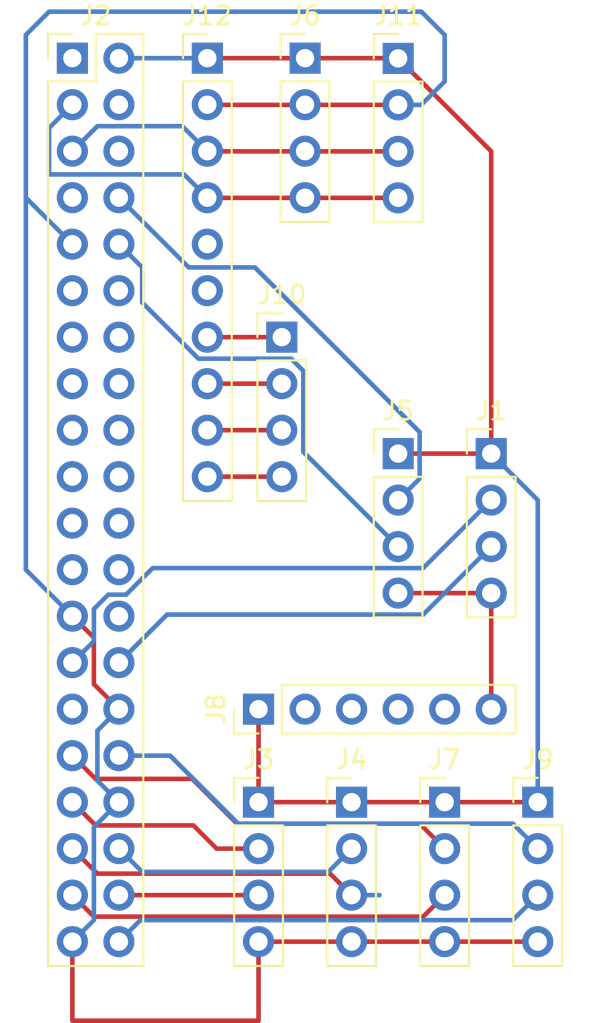
<source format=kicad_pcb>
(kicad_pcb (version 20211014) (generator pcbnew)
  (layers (0 "F.Cu" signal) (31 "B.Cu" signal) (34 "B.Paste" user) (35 "F.Paste" user) (36 "B.SilkS" user "B.Silkscreen") (37 "F.SilkS" user "F.Silkscreen") (38 "B.Mask" user) (39 "F.Mask" user) (44 "Edge.Cuts" user))
  (net 0 "")
  (net 2 "Net-(J1-Pad1)")
  (net 3 "Net-(J2-Pad3)")
  (net 5 "Net-(J2-Pad5)")
  (net 8 "Net-(J2-Pad8)")
  (net 9 "GND")
  (net 10 "Net-(J2-Pad10)")
  (net 26 "Net-(J1-Pad2)")
  (net 27 "Net-(J1-Pad3)")
  (net 29 "Net-(J2-Pad32)")
  (net 30 "Net-(J4-Pad3)")
  (net 31 "Net-(J7-Pad3)")
  (net 32 "Net-(J3-Pad3)")
  (net 33 "Net-(J2-Pad40)")
  (net 36 "Net-(J10-Pad1)")
  (net 37 "Net-(J10-Pad2)")
  (net 38 "Net-(J10-Pad3)")
  (net 39 "Net-(J10-Pad4)")
  (net 43 "Net-(J7-Pad2)")
  (net 44 "Net-(J2-Pad33)")
  (net 45 "Net-(J4-Pad2)")
  (footprint "Connector_PinHeader_2.54mm:PinHeader_1x04_P2.54mm_Vertical" (layer "F.Cu") (at 149.86 114.3)
    (fp_text reference "J9" (at 0 -2.33) (layer "F.SilkS"))
    (fp_text value "SONAR-4")
    (fp_line (start -1.33 -1.33) (end 0 -1.33) (layer "F.SilkS") (width 0.12))
    (fp_line (start -1.33 1.27) (end 1.33 1.27) (layer "F.SilkS") (width 0.12))
    (fp_line (start 1.33 1.27) (end 1.33 8.95) (layer "F.SilkS") (width 0.12))
    (fp_line (start -1.33 1.27) (end -1.33 8.95) (layer "F.SilkS") (width 0.12))
    (fp_line (start -1.33 0) (end -1.33 -1.33) (layer "F.SilkS") (width 0.12))
    (fp_line (start -1.33 8.95) (end 1.33 8.95) (layer "F.SilkS") (width 0.12))
    (pad "1" thru_hole rect (at 0 0) (size 1.7 1.7) (drill 1) (layers *.Cu *.Mask) (net 2 "Net-(J1-Pad1)"))
    (pad "2" thru_hole oval (at 0 2.54) (size 1.7 1.7) (drill 1) (layers *.Cu *.Mask) (net 29 "Net-(J2-Pad32)"))
    (pad "3" thru_hole oval (at 0 5.08) (size 1.7 1.7) (drill 1) (layers *.Cu *.Mask) (net 33 "Net-(J2-Pad40)"))
    (pad "4" thru_hole oval (at 0 7.62) (size 1.7 1.7) (drill 1) (layers *.Cu *.Mask) (net 9 "GND"))
  )
  (footprint "Connector_PinHeader_2.54mm:PinHeader_1x04_P2.54mm_Vertical" (layer "F.Cu") (at 142.24 95.26)
    (fp_text reference "J5" (at 0 -2.33) (layer "F.SilkS"))
    (fp_text value "STM32-RIGHT")
    (fp_line (start -1.33 1.27) (end -1.33 8.95) (layer "F.SilkS") (width 0.12))
    (fp_line (start -1.33 8.95) (end 1.33 8.95) (layer "F.SilkS") (width 0.12))
    (fp_line (start -1.33 1.27) (end 1.33 1.27) (layer "F.SilkS") (width 0.12))
    (fp_line (start -1.33 -1.33) (end 0 -1.33) (layer "F.SilkS") (width 0.12))
    (fp_line (start 1.33 1.27) (end 1.33 8.95) (layer "F.SilkS") (width 0.12))
    (fp_line (start -1.33 0) (end -1.33 -1.33) (layer "F.SilkS") (width 0.12))
    (pad "1" thru_hole rect (at 0 0) (size 1.7 1.7) (drill 1) (layers *.Cu *.Mask) (net 2 "Net-(J1-Pad1)"))
    (pad "2" thru_hole oval (at 0 2.54) (size 1.7 1.7) (drill 1) (layers *.Cu *.Mask) (net 8 "Net-(J2-Pad8)"))
    (pad "3" thru_hole oval (at 0 5.08) (size 1.7 1.7) (drill 1) (layers *.Cu *.Mask) (net 10 "Net-(J2-Pad10)"))
    (pad "4" thru_hole oval (at 0 7.62) (size 1.7 1.7) (drill 1) (layers *.Cu *.Mask) (net 9 "GND"))
  )
  (footprint "Connector_PinHeader_2.54mm:PinHeader_2x20_P2.54mm_Vertical" (layer "F.Cu") (at 124.46 73.66)
    (fp_text reference "J2" (at 1.27 -2.33) (layer "F.SilkS"))
    (fp_text value "Orange Pi 3B")
    (fp_line (start 3.87 -1.33) (end 3.87 49.59) (layer "F.SilkS") (width 0.12))
    (fp_line (start -1.33 49.59) (end 3.87 49.59) (layer "F.SilkS") (width 0.12))
    (fp_line (start -1.33 1.27) (end -1.33 49.59) (layer "F.SilkS") (width 0.12))
    (fp_line (start -1.33 1.27) (end 1.27 1.27) (layer "F.SilkS") (width 0.12))
    (fp_line (start -1.33 0) (end -1.33 -1.33) (layer "F.SilkS") (width 0.12))
    (fp_line (start 1.27 1.27) (end 1.27 -1.33) (layer "F.SilkS") (width 0.12))
    (fp_line (start -1.33 -1.33) (end 0 -1.33) (layer "F.SilkS") (width 0.12))
    (fp_line (start 1.27 -1.33) (end 3.87 -1.33) (layer "F.SilkS") (width 0.12))
    (pad "1" thru_hole rect (at 0 0) (size 1.7 1.7) (drill 1) (layers *.Cu *.Mask))
    (pad "2" thru_hole oval (at 2.54 0) (size 1.7 1.7) (drill 1) (layers *.Cu *.Mask) (net 2 "Net-(J1-Pad1)"))
    (pad "3" thru_hole oval (at 0 2.54) (size 1.7 1.7) (drill 1) (layers *.Cu *.Mask) (net 3 "Net-(J2-Pad3)"))
    (pad "4" thru_hole oval (at 2.54 2.54) (size 1.7 1.7) (drill 1) (layers *.Cu *.Mask))
    (pad "5" thru_hole oval (at 0 5.08) (size 1.7 1.7) (drill 1) (layers *.Cu *.Mask) (net 5 "Net-(J2-Pad5)"))
    (pad "6" thru_hole oval (at 2.54 5.08) (size 1.7 1.7) (drill 1) (layers *.Cu *.Mask))
    (pad "7" thru_hole oval (at 0 7.62) (size 1.7 1.7) (drill 1) (layers *.Cu *.Mask))
    (pad "8" thru_hole oval (at 2.54 7.62) (size 1.7 1.7) (drill 1) (layers *.Cu *.Mask) (net 8 "Net-(J2-Pad8)"))
    (pad "9" thru_hole oval (at 0 10.16) (size 1.7 1.7) (drill 1) (layers *.Cu *.Mask) (net 9 "GND"))
    (pad "10" thru_hole oval (at 2.54 10.16) (size 1.7 1.7) (drill 1) (layers *.Cu *.Mask) (net 10 "Net-(J2-Pad10)"))
    (pad "11" thru_hole oval (at 0 12.7) (size 1.7 1.7) (drill 1) (layers *.Cu *.Mask))
    (pad "12" thru_hole oval (at 2.54 12.7) (size 1.7 1.7) (drill 1) (layers *.Cu *.Mask))
    (pad "13" thru_hole oval (at 0 15.24) (size 1.7 1.7) (drill 1) (layers *.Cu *.Mask))
    (pad "14" thru_hole oval (at 2.54 15.24) (size 1.7 1.7) (drill 1) (layers *.Cu *.Mask))
    (pad "15" thru_hole oval (at 0 17.78) (size 1.7 1.7) (drill 1) (layers *.Cu *.Mask))
    (pad "16" thru_hole oval (at 2.54 17.78) (size 1.7 1.7) (drill 1) (layers *.Cu *.Mask))
    (pad "17" thru_hole oval (at 0 20.32) (size 1.7 1.7) (drill 1) (layers *.Cu *.Mask))
    (pad "18" thru_hole oval (at 2.54 20.32) (size 1.7 1.7) (drill 1) (layers *.Cu *.Mask))
    (pad "19" thru_hole oval (at 0 22.86) (size 1.7 1.7) (drill 1) (layers *.Cu *.Mask))
    (pad "20" thru_hole oval (at 2.54 22.86) (size 1.7 1.7) (drill 1) (layers *.Cu *.Mask))
    (pad "21" thru_hole oval (at 0 25.4) (size 1.7 1.7) (drill 1) (layers *.Cu *.Mask))
    (pad "22" thru_hole oval (at 2.54 25.4) (size 1.7 1.7) (drill 1) (layers *.Cu *.Mask))
    (pad "23" thru_hole oval (at 0 27.94) (size 1.7 1.7) (drill 1) (layers *.Cu *.Mask))
    (pad "24" thru_hole oval (at 2.54 27.94) (size 1.7 1.7) (drill 1) (layers *.Cu *.Mask))
    (pad "25" thru_hole oval (at 0 30.48) (size 1.7 1.7) (drill 1) (layers *.Cu *.Mask) (net 9 "GND"))
    (pad "26" thru_hole oval (at 2.54 30.48) (size 1.7 1.7) (drill 1) (layers *.Cu *.Mask))
    (pad "27" thru_hole oval (at 0 33.02) (size 1.7 1.7) (drill 1) (layers *.Cu *.Mask) (net 26 "Net-(J1-Pad2)"))
    (pad "28" thru_hole oval (at 2.54 33.02) (size 1.7 1.7) (drill 1) (layers *.Cu *.Mask) (net 27 "Net-(J1-Pad3)"))
    (pad "29" thru_hole oval (at 0 35.56) (size 1.7 1.7) (drill 1) (layers *.Cu *.Mask))
    (pad "30" thru_hole oval (at 2.54 35.56) (size 1.7 1.7) (drill 1) (layers *.Cu *.Mask) (net 9 "GND"))
    (pad "31" thru_hole oval (at 0 38.1) (size 1.7 1.7) (drill 1) (layers *.Cu *.Mask) (net 43 "Net-(J7-Pad2)"))
    (pad "32" thru_hole oval (at 2.54 38.1) (size 1.7 1.7) (drill 1) (layers *.Cu *.Mask) (net 29 "Net-(J2-Pad32)"))
    (pad "33" thru_hole oval (at 0 40.64) (size 1.7 1.7) (drill 1) (layers *.Cu *.Mask) (net 44 "Net-(J2-Pad33)"))
    (pad "34" thru_hole oval (at 2.54 40.64) (size 1.7 1.7) (drill 1) (layers *.Cu *.Mask) (net 9 "GND"))
    (pad "35" thru_hole oval (at 0 43.18) (size 1.7 1.7) (drill 1) (layers *.Cu *.Mask) (net 30 "Net-(J4-Pad3)"))
    (pad "36" thru_hole oval (at 2.54 43.18) (size 1.7 1.7) (drill 1) (layers *.Cu *.Mask) (net 45 "Net-(J4-Pad2)"))
    (pad "37" thru_hole oval (at 0 45.72) (size 1.7 1.7) (drill 1) (layers *.Cu *.Mask) (net 31 "Net-(J7-Pad3)"))
    (pad "38" thru_hole oval (at 2.54 45.72) (size 1.7 1.7) (drill 1) (layers *.Cu *.Mask) (net 32 "Net-(J3-Pad3)"))
    (pad "39" thru_hole oval (at 0 48.26) (size 1.7 1.7) (drill 1) (layers *.Cu *.Mask) (net 9 "GND"))
    (pad "40" thru_hole oval (at 2.54 48.26) (size 1.7 1.7) (drill 1) (layers *.Cu *.Mask) (net 33 "Net-(J2-Pad40)"))
  )
  (footprint "Connector_PinHeader_2.54mm:PinHeader_1x04_P2.54mm_Vertical" (layer "F.Cu") (at 144.78 114.3)
    (fp_text reference "J7" (at 0 -2.33) (layer "F.SilkS"))
    (fp_text value "SONAR-3")
    (fp_line (start 1.33 1.27) (end 1.33 8.95) (layer "F.SilkS") (width 0.12))
    (fp_line (start -1.33 1.27) (end 1.33 1.27) (layer "F.SilkS") (width 0.12))
    (fp_line (start -1.33 1.27) (end -1.33 8.95) (layer "F.SilkS") (width 0.12))
    (fp_line (start -1.33 8.95) (end 1.33 8.95) (layer "F.SilkS") (width 0.12))
    (fp_line (start -1.33 0) (end -1.33 -1.33) (layer "F.SilkS") (width 0.12))
    (fp_line (start -1.33 -1.33) (end 0 -1.33) (layer "F.SilkS") (width 0.12))
    (pad "1" thru_hole rect (at 0 0) (size 1.7 1.7) (drill 1) (layers *.Cu *.Mask) (net 2 "Net-(J1-Pad1)"))
    (pad "2" thru_hole oval (at 0 2.54) (size 1.7 1.7) (drill 1) (layers *.Cu *.Mask) (net 43 "Net-(J7-Pad2)"))
    (pad "3" thru_hole oval (at 0 5.08) (size 1.7 1.7) (drill 1) (layers *.Cu *.Mask) (net 31 "Net-(J7-Pad3)"))
    (pad "4" thru_hole oval (at 0 7.62) (size 1.7 1.7) (drill 1) (layers *.Cu *.Mask) (net 9 "GND"))
  )
  (footprint "Connector_PinHeader_2.54mm:PinHeader_1x04_P2.54mm_Vertical" (layer "F.Cu") (at 134.62 114.3)
    (fp_text reference "J3" (at 0 -2.33) (layer "F.SilkS"))
    (fp_text value "SONAR-1")
    (fp_line (start -1.33 0) (end -1.33 -1.33) (layer "F.SilkS") (width 0.12))
    (fp_line (start 1.33 1.27) (end 1.33 8.95) (layer "F.SilkS") (width 0.12))
    (fp_line (start -1.33 1.27) (end -1.33 8.95) (layer "F.SilkS") (width 0.12))
    (fp_line (start -1.33 8.95) (end 1.33 8.95) (layer "F.SilkS") (width 0.12))
    (fp_line (start -1.33 -1.33) (end 0 -1.33) (layer "F.SilkS") (width 0.12))
    (fp_line (start -1.33 1.27) (end 1.33 1.27) (layer "F.SilkS") (width 0.12))
    (pad "1" thru_hole rect (at 0 0) (size 1.7 1.7) (drill 1) (layers *.Cu *.Mask) (net 2 "Net-(J1-Pad1)"))
    (pad "2" thru_hole oval (at 0 2.54) (size 1.7 1.7) (drill 1) (layers *.Cu *.Mask) (net 44 "Net-(J2-Pad33)"))
    (pad "3" thru_hole oval (at 0 5.08) (size 1.7 1.7) (drill 1) (layers *.Cu *.Mask) (net 32 "Net-(J3-Pad3)"))
    (pad "4" thru_hole oval (at 0 7.62) (size 1.7 1.7) (drill 1) (layers *.Cu *.Mask) (net 9 "GND"))
  )
  (footprint "Connector_PinHeader_2.54mm:PinHeader_1x10_P2.54mm_Vertical" (layer "F.Cu") (at 131.826 73.66)
    (fp_text reference "J12" (at 0 -2.33) (layer "F.SilkS"))
    (fp_text value "ADS1115")
    (fp_line (start -1.33 0) (end -1.33 -1.33) (layer "F.SilkS") (width 0.12))
    (fp_line (start -1.33 1.27) (end -1.33 24.19) (layer "F.SilkS") (width 0.12))
    (fp_line (start -1.33 24.19) (end 1.33 24.19) (layer "F.SilkS") (width 0.12))
    (fp_line (start -1.33 1.27) (end 1.33 1.27) (layer "F.SilkS") (width 0.12))
    (fp_line (start -1.33 -1.33) (end 0 -1.33) (layer "F.SilkS") (width 0.12))
    (fp_line (start 1.33 1.27) (end 1.33 24.19) (layer "F.SilkS") (width 0.12))
    (pad "1" thru_hole rect (at 0 0) (size 1.7 1.7) (drill 1) (layers *.Cu *.Mask) (net 2 "Net-(J1-Pad1)"))
    (pad "2" thru_hole oval (at 0 2.54) (size 1.7 1.7) (drill 1) (layers *.Cu *.Mask) (net 9 "GND"))
    (pad "3" thru_hole oval (at 0 5.08) (size 1.7 1.7) (drill 1) (layers *.Cu *.Mask) (net 5 "Net-(J2-Pad5)"))
    (pad "4" thru_hole oval (at 0 7.62) (size 1.7 1.7) (drill 1) (layers *.Cu *.Mask) (net 3 "Net-(J2-Pad3)"))
    (pad "5" thru_hole oval (at 0 10.16) (size 1.7 1.7) (drill 1) (layers *.Cu *.Mask))
    (pad "6" thru_hole oval (at 0 12.7) (size 1.7 1.7) (drill 1) (layers *.Cu *.Mask))
    (pad "7" thru_hole oval (at 0 15.24) (size 1.7 1.7) (drill 1) (layers *.Cu *.Mask) (net 36 "Net-(J10-Pad1)"))
    (pad "8" thru_hole oval (at 0 17.78) (size 1.7 1.7) (drill 1) (layers *.Cu *.Mask) (net 37 "Net-(J10-Pad2)"))
    (pad "9" thru_hole oval (at 0 20.32) (size 1.7 1.7) (drill 1) (layers *.Cu *.Mask) (net 38 "Net-(J10-Pad3)"))
    (pad "10" thru_hole oval (at 0 22.86) (size 1.7 1.7) (drill 1) (layers *.Cu *.Mask) (net 39 "Net-(J10-Pad4)"))
  )
  (footprint "Connector_PinHeader_2.54mm:PinHeader_1x04_P2.54mm_Vertical" (layer "F.Cu") (at 139.7 114.3)
    (fp_text reference "J4" (at 0 -2.33) (layer "F.SilkS"))
    (fp_text value "SONAR-2")
    (fp_line (start -1.33 0) (end -1.33 -1.33) (layer "F.SilkS") (width 0.12))
    (fp_line (start -1.33 -1.33) (end 0 -1.33) (layer "F.SilkS") (width 0.12))
    (fp_line (start -1.33 1.27) (end 1.33 1.27) (layer "F.SilkS") (width 0.12))
    (fp_line (start -1.33 8.95) (end 1.33 8.95) (layer "F.SilkS") (width 0.12))
    (fp_line (start -1.33 1.27) (end -1.33 8.95) (layer "F.SilkS") (width 0.12))
    (fp_line (start 1.33 1.27) (end 1.33 8.95) (layer "F.SilkS") (width 0.12))
    (pad "1" thru_hole rect (at 0 0) (size 1.7 1.7) (drill 1) (layers *.Cu *.Mask) (net 2 "Net-(J1-Pad1)"))
    (pad "2" thru_hole oval (at 0 2.54) (size 1.7 1.7) (drill 1) (layers *.Cu *.Mask) (net 45 "Net-(J4-Pad2)"))
    (pad "3" thru_hole oval (at 0 5.08) (size 1.7 1.7) (drill 1) (layers *.Cu *.Mask) (net 30 "Net-(J4-Pad3)"))
    (pad "4" thru_hole oval (at 0 7.62) (size 1.7 1.7) (drill 1) (layers *.Cu *.Mask) (net 9 "GND"))
  )
  (footprint "Connector_PinHeader_2.54mm:PinHeader_1x04_P2.54mm_Vertical" (layer "F.Cu") (at 142.24 73.67)
    (fp_text reference "J11" (at 0 -2.33) (layer "F.SilkS"))
    (fp_text value "BME280")
    (fp_line (start -1.33 1.27) (end 1.33 1.27) (layer "F.SilkS") (width 0.12))
    (fp_line (start -1.33 8.95) (end 1.33 8.95) (layer "F.SilkS") (width 0.12))
    (fp_line (start -1.33 1.27) (end -1.33 8.95) (layer "F.SilkS") (width 0.12))
    (fp_line (start -1.33 0) (end -1.33 -1.33) (layer "F.SilkS") (width 0.12))
    (fp_line (start -1.33 -1.33) (end 0 -1.33) (layer "F.SilkS") (width 0.12))
    (fp_line (start 1.33 1.27) (end 1.33 8.95) (layer "F.SilkS") (width 0.12))
    (pad "1" thru_hole rect (at 0 0) (size 1.7 1.7) (drill 1) (layers *.Cu *.Mask) (net 2 "Net-(J1-Pad1)"))
    (pad "2" thru_hole oval (at 0 2.54) (size 1.7 1.7) (drill 1) (layers *.Cu *.Mask) (net 9 "GND"))
    (pad "3" thru_hole oval (at 0 5.08) (size 1.7 1.7) (drill 1) (layers *.Cu *.Mask) (net 5 "Net-(J2-Pad5)"))
    (pad "4" thru_hole oval (at 0 7.62) (size 1.7 1.7) (drill 1) (layers *.Cu *.Mask) (net 3 "Net-(J2-Pad3)"))
  )
  (footprint "Connector_PinHeader_2.54mm:PinHeader_1x04_P2.54mm_Vertical" (layer "F.Cu") (at 135.89 88.9)
    (fp_text reference "J10" (at 0 -2.33) (layer "F.SilkS"))
    (fp_text value "ADC")
    (fp_line (start 1.33 1.27) (end 1.33 8.95) (layer "F.SilkS") (width 0.12))
    (fp_line (start -1.33 1.27) (end -1.33 8.95) (layer "F.SilkS") (width 0.12))
    (fp_line (start -1.33 -1.33) (end 0 -1.33) (layer "F.SilkS") (width 0.12))
    (fp_line (start -1.33 1.27) (end 1.33 1.27) (layer "F.SilkS") (width 0.12))
    (fp_line (start -1.33 0) (end -1.33 -1.33) (layer "F.SilkS") (width 0.12))
    (fp_line (start -1.33 8.95) (end 1.33 8.95) (layer "F.SilkS") (width 0.12))
    (pad "1" thru_hole rect (at 0 0) (size 1.7 1.7) (drill 1) (layers *.Cu *.Mask) (net 36 "Net-(J10-Pad1)"))
    (pad "2" thru_hole oval (at 0 2.54) (size 1.7 1.7) (drill 1) (layers *.Cu *.Mask) (net 37 "Net-(J10-Pad2)"))
    (pad "3" thru_hole oval (at 0 5.08) (size 1.7 1.7) (drill 1) (layers *.Cu *.Mask) (net 38 "Net-(J10-Pad3)"))
    (pad "4" thru_hole oval (at 0 7.62) (size 1.7 1.7) (drill 1) (layers *.Cu *.Mask) (net 39 "Net-(J10-Pad4)"))
  )
  (footprint "Connector_PinHeader_2.54mm:PinHeader_1x04_P2.54mm_Vertical" (layer "F.Cu") (at 137.16 73.66)
    (fp_text reference "J6" (at 0 -2.33) (layer "F.SilkS"))
    (fp_text value "HMC58883")
    (fp_line (start 1.33 1.27) (end 1.33 8.95) (layer "F.SilkS") (width 0.12))
    (fp_line (start -1.33 8.95) (end 1.33 8.95) (layer "F.SilkS") (width 0.12))
    (fp_line (start -1.33 1.27) (end 1.33 1.27) (layer "F.SilkS") (width 0.12))
    (fp_line (start -1.33 -1.33) (end 0 -1.33) (layer "F.SilkS") (width 0.12))
    (fp_line (start -1.33 1.27) (end -1.33 8.95) (layer "F.SilkS") (width 0.12))
    (fp_line (start -1.33 0) (end -1.33 -1.33) (layer "F.SilkS") (width 0.12))
    (pad "1" thru_hole rect (at 0 0) (size 1.7 1.7) (drill 1) (layers *.Cu *.Mask) (net 2 "Net-(J1-Pad1)"))
    (pad "2" thru_hole oval (at 0 2.54) (size 1.7 1.7) (drill 1) (layers *.Cu *.Mask) (net 9 "GND"))
    (pad "3" thru_hole oval (at 0 5.08) (size 1.7 1.7) (drill 1) (layers *.Cu *.Mask) (net 5 "Net-(J2-Pad5)"))
    (pad "4" thru_hole oval (at 0 7.62) (size 1.7 1.7) (drill 1) (layers *.Cu *.Mask) (net 3 "Net-(J2-Pad3)"))
  )
  (footprint "Connector_PinHeader_2.54mm:PinHeader_1x06_P2.54mm_Vertical" (layer "F.Cu") (at 134.62 109.22 90)
    (fp_text reference "J8" (at 0 -2.33 90) (layer "F.SilkS"))
    (fp_text value "RELAYs")
    (fp_line (start -1.33 -1.33) (end 0 -1.33) (layer "F.SilkS") (width 0.12))
    (fp_line (start -1.33 0) (end -1.33 -1.33) (layer "F.SilkS") (width 0.12))
    (fp_line (start -1.33 14.03) (end 1.33 14.03) (layer "F.SilkS") (width 0.12))
    (fp_line (start -1.33 1.27) (end -1.33 14.03) (layer "F.SilkS") (width 0.12))
    (fp_line (start 1.33 1.27) (end 1.33 14.03) (layer "F.SilkS") (width 0.12))
    (fp_line (start -1.33 1.27) (end 1.33 1.27) (layer "F.SilkS") (width 0.12))
    (pad "1" thru_hole rect (at 0 0 90) (size 1.7 1.7) (drill 1) (layers *.Cu *.Mask) (net 2 "Net-(J1-Pad1)"))
    (pad "2" thru_hole oval (at 0 2.54 90) (size 1.7 1.7) (drill 1) (layers *.Cu *.Mask))
    (pad "3" thru_hole oval (at 0 5.08 90) (size 1.7 1.7) (drill 1) (layers *.Cu *.Mask))
    (pad "4" thru_hole oval (at 0 7.62 90) (size 1.7 1.7) (drill 1) (layers *.Cu *.Mask))
    (pad "5" thru_hole oval (at 0 10.16 90) (size 1.7 1.7) (drill 1) (layers *.Cu *.Mask))
    (pad "6" thru_hole oval (at 0 12.7 90) (size 1.7 1.7) (drill 1) (layers *.Cu *.Mask) (net 9 "GND"))
  )
  (footprint "Connector_PinHeader_2.54mm:PinHeader_1x04_P2.54mm_Vertical" (layer "F.Cu") (at 147.32 95.26)
    (fp_text reference "J1" (at 0 -2.33) (layer "F.SilkS"))
    (fp_text value "STM32-LEFT")
    (fp_line (start -1.33 1.27) (end 1.33 1.27) (layer "F.SilkS") (width 0.12))
    (fp_line (start -1.33 8.95) (end 1.33 8.95) (layer "F.SilkS") (width 0.12))
    (fp_line (start -1.33 0) (end -1.33 -1.33) (layer "F.SilkS") (width 0.12))
    (fp_line (start -1.33 1.27) (end -1.33 8.95) (layer "F.SilkS") (width 0.12))
    (fp_line (start 1.33 1.27) (end 1.33 8.95) (layer "F.SilkS") (width 0.12))
    (fp_line (start -1.33 -1.33) (end 0 -1.33) (layer "F.SilkS") (width 0.12))
    (pad "1" thru_hole rect (at 0 0) (size 1.7 1.7) (drill 1) (layers *.Cu *.Mask) (net 2 "Net-(J1-Pad1)"))
    (pad "2" thru_hole oval (at 0 2.54) (size 1.7 1.7) (drill 1) (layers *.Cu *.Mask) (net 26 "Net-(J1-Pad2)"))
    (pad "3" thru_hole oval (at 0 5.08) (size 1.7 1.7) (drill 1) (layers *.Cu *.Mask) (net 27 "Net-(J1-Pad3)"))
    (pad "4" thru_hole oval (at 0 7.62) (size 1.7 1.7) (drill 1) (layers *.Cu *.Mask) (net 9 "GND"))
  )
  (segment (start 134.62 114.3) (end 134.62 109.22) (width 0.25) (layer "F.Cu") (net 2))
  (segment (start 142.24 95.26) (end 147.32 95.26) (width 0.25) (layer "F.Cu") (net 2))
  (segment (start 131.826 73.66) (end 142.23 73.66) (width 0.25) (layer "F.Cu") (net 2))
  (segment (start 147.32 78.75) (end 147.32 95.26) (width 0.25) (layer "F.Cu") (net 2))
  (segment (start 142.24 73.67) (end 147.32 78.75) (width 0.25) (layer "F.Cu") (net 2))
  (segment (start 134.62 114.3) (end 149.86 114.3) (width 0.25) (layer "F.Cu") (net 2))
  (segment (start 142.23 73.66) (end 142.24 73.67) (width 0.25) (layer "F.Cu") (net 2))
  (segment (start 131.826 73.66) (end 127 73.66) (width 0.25) (layer "B.Cu") (net 2))
  (segment (start 149.86 114.3) (end 149.86 97.8) (width 0.25) (layer "B.Cu") (net 2))
  (segment (start 149.86 97.8) (end 147.32 95.26) (width 0.25) (layer "B.Cu") (net 2))
  (segment (start 131.836 81.29) (end 131.826 81.28) (width 0.25) (layer "F.Cu") (net 3))
  (segment (start 142.24 81.29) (end 131.836 81.29) (width 0.25) (layer "F.Cu") (net 3))
  (segment (start 131.826 81.28) (end 130.556 80.01) (width 0.25) (layer "B.Cu") (net 3))
  (segment (start 123.19 80.01) (end 123.19 77.47) (width 0.25) (layer "B.Cu") (net 3))
  (segment (start 123.19 77.47) (end 124.46 76.2) (width 0.25) (layer "B.Cu") (net 3))
  (segment (start 130.556 80.01) (end 123.19 80.01) (width 0.25) (layer "B.Cu") (net 3))
  (segment (start 131.836 78.75) (end 131.826 78.74) (width 0.25) (layer "F.Cu") (net 5))
  (segment (start 142.24 78.75) (end 131.836 78.75) (width 0.25) (layer "F.Cu") (net 5))
  (segment (start 126.079489 77.374511) (end 130.460511 77.374511) (width 0.25) (layer "B.Cu") (net 5))
  (segment (start 125.825489 77.374511) (end 126.079489 77.374511) (width 0.25) (layer "B.Cu") (net 5))
  (segment (start 124.46 78.74) (end 125.825489 77.374511) (width 0.25) (layer "B.Cu") (net 5))
  (segment (start 130.460511 77.374511) (end 131.826 78.74) (width 0.25) (layer "B.Cu") (net 5))
  (segment (start 142.24 97.8) (end 143.414511 96.625489) (width 0.25) (layer "B.Cu") (net 8))
  (segment (start 143.414511 94.085489) (end 134.419022 85.09) (width 0.25) (layer "B.Cu") (net 8))
  (segment (start 130.81 85.09) (end 127 81.28) (width 0.25) (layer "B.Cu") (net 8))
  (segment (start 134.419022 85.09) (end 130.81 85.09) (width 0.25) (layer "B.Cu") (net 8))
  (segment (start 143.414511 96.625489) (end 143.414511 94.085489) (width 0.25) (layer "B.Cu") (net 8))
  (segment (start 147.32 102.88) (end 147.32 109.22) (width 0.25) (layer "F.Cu") (net 9))
  (segment (start 125.634511 105.314511) (end 125.634511 107.854511) (width 0.25) (layer "F.Cu") (net 9))
  (segment (start 134.62 121.92) (end 134.62 126.238) (width 0.25) (layer "F.Cu") (net 9))
  (segment (start 134.62 126.238) (end 124.46 126.238) (width 0.25) (layer "F.Cu") (net 9))
  (segment (start 124.46 126.238) (end 124.46 121.92) (width 0.25) (layer "F.Cu") (net 9))
  (segment (start 134.62 121.92) (end 149.86 121.92) (width 0.25) (layer "F.Cu") (net 9))
  (segment (start 124.46 104.14) (end 125.634511 105.314511) (width 0.25) (layer "F.Cu") (net 9))
  (segment (start 125.634511 107.854511) (end 127 109.22) (width 0.25) (layer "F.Cu") (net 9))
  (segment (start 131.836 76.21) (end 131.826 76.2) (width 0.25) (layer "F.Cu") (net 9))
  (segment (start 142.24 102.88) (end 147.32 102.88) (width 0.25) (layer "F.Cu") (net 9))
  (segment (start 142.24 76.21) (end 131.836 76.21) (width 0.25) (layer "F.Cu") (net 9))
  (segment (start 125.825489 110.394511) (end 125.825489 113.125489) (width 0.25) (layer "B.Cu") (net 9))
  (segment (start 125.634511 115.665489) (end 125.634511 120.745489) (width 0.25) (layer "B.Cu") (net 9))
  (segment (start 143.51 71.12) (end 123.19 71.12) (width 0.25) (layer "B.Cu") (net 9))
  (segment (start 121.92 81.28) (end 121.92 101.6) (width 0.25) (layer "B.Cu") (net 9))
  (segment (start 121.92 101.6) (end 124.46 104.14) (width 0.25) (layer "B.Cu") (net 9))
  (segment (start 121.92 81.28) (end 124.46 83.82) (width 0.25) (layer "B.Cu") (net 9))
  (segment (start 143.5 76.21) (end 144.78 74.93) (width 0.25) (layer "B.Cu") (net 9))
  (segment (start 127 114.3) (end 125.634511 115.665489) (width 0.25) (layer "B.Cu") (net 9))
  (segment (start 127 109.22) (end 125.825489 110.394511) (width 0.25) (layer "B.Cu") (net 9))
  (segment (start 144.78 72.39) (end 143.51 71.12) (width 0.25) (layer "B.Cu") (net 9))
  (segment (start 121.92 72.39) (end 121.92 81.28) (width 0.25) (layer "B.Cu") (net 9))
  (segment (start 123.19 71.12) (end 121.92 72.39) (width 0.25) (layer "B.Cu") (net 9))
  (segment (start 142.24 76.21) (end 143.5 76.21) (width 0.25) (layer "B.Cu") (net 9))
  (segment (start 144.78 74.93) (end 144.78 72.39) (width 0.25) (layer "B.Cu") (net 9))
  (segment (start 125.634511 120.745489) (end 124.46 121.92) (width 0.25) (layer "B.Cu") (net 9))
  (segment (start 125.825489 113.125489) (end 127 114.3) (width 0.25) (layer "B.Cu") (net 9))
  (segment (start 137.064511 90.741022) (end 136.398 90.074511) (width 0.25) (layer "B.Cu") (net 10))
  (segment (start 142.24 100.34) (end 137.064511 95.164511) (width 0.25) (layer "B.Cu") (net 10))
  (segment (start 128.27 85.09) (end 127 83.82) (width 0.25) (layer "B.Cu") (net 10))
  (segment (start 137.064511 95.164511) (end 137.064511 90.741022) (width 0.25) (layer "B.Cu") (net 10))
  (segment (start 136.398 90.074511) (end 131.339501 90.074511) (width 0.25) (layer "B.Cu") (net 10))
  (segment (start 131.339501 90.074511) (end 128.27 87.00501) (width 0.25) (layer "B.Cu") (net 10))
  (segment (start 128.27 87.00501) (end 128.27 85.09) (width 0.25) (layer "B.Cu") (net 10))
  (segment (start 125.634511 103.74899) (end 125.634511 105.505489) (width 0.25) (layer "B.Cu") (net 26))
  (segment (start 127.39101 102.965489) (end 126.418012 102.965489) (width 0.25) (layer "B.Cu") (net 26))
  (segment (start 147.32 97.8) (end 143.605489 101.514511) (width 0.25) (layer "B.Cu") (net 26))
  (segment (start 143.605489 101.514511) (end 128.841988 101.514511) (width 0.25) (layer "B.Cu") (net 26))
  (segment (start 125.634511 105.505489) (end 124.46 106.68) (width 0.25) (layer "B.Cu") (net 26))
  (segment (start 128.841988 101.514511) (end 127.39101 102.965489) (width 0.25) (layer "B.Cu") (net 26))
  (segment (start 126.418012 102.965489) (end 125.634511 103.74899) (width 0.25) (layer "B.Cu") (net 26))
  (segment (start 129.625489 104.054511) (end 127 106.68) (width 0.25) (layer "B.Cu") (net 27))
  (segment (start 147.32 100.34) (end 143.605489 104.054511) (width 0.25) (layer "B.Cu") (net 27))
  (segment (start 143.605489 104.054511) (end 129.625489 104.054511) (width 0.25) (layer "B.Cu") (net 27))
  (segment (start 129.794 111.76) (end 127 111.76) (width 0.25) (layer "B.Cu") (net 29))
  (segment (start 149.86 116.84) (end 148.494511 115.474511) (width 0.25) (layer "B.Cu") (net 29))
  (segment (start 148.494511 115.474511) (end 133.508511 115.474511) (width 0.25) (layer "B.Cu") (net 29))
  (segment (start 133.508511 115.474511) (end 129.794 111.76) (width 0.25) (layer "B.Cu") (net 29))
  (segment (start 125.825489 118.205489) (end 124.46 116.84) (width 0.25) (layer "F.Cu") (net 30))
  (segment (start 138.525489 118.205489) (end 125.825489 118.205489) (width 0.25) (layer "F.Cu") (net 30))
  (segment (start 139.7 119.38) (end 138.525489 118.205489) (width 0.25) (layer "F.Cu") (net 30))
  (segment (start 139.7 119.38) (end 141.224 119.38) (width 0.25) (layer "B.Cu") (net 30))
  (segment (start 125.634511 120.554511) (end 124.46 119.38) (width 0.25) (layer "F.Cu") (net 31))
  (segment (start 143.605489 120.554511) (end 125.634511 120.554511) (width 0.25) (layer "F.Cu") (net 31))
  (segment (start 144.78 119.38) (end 143.605489 120.554511) (width 0.25) (layer "F.Cu") (net 31))
  (segment (start 134.62 119.38) (end 127 119.38) (width 0.25) (layer "F.Cu") (net 32))
  (segment (start 128.174511 120.745489) (end 127 121.92) (width 0.25) (layer "B.Cu") (net 33))
  (segment (start 149.86 119.38) (end 148.494511 120.745489) (width 0.25) (layer "B.Cu") (net 33))
  (segment (start 148.494511 120.745489) (end 128.174511 120.745489) (width 0.25) (layer "B.Cu") (net 33))
  (segment (start 131.826 88.9) (end 135.89 88.9) (width 0.25) (layer "F.Cu") (net 36))
  (segment (start 135.89 91.44) (end 131.826 91.44) (width 0.25) (layer "F.Cu") (net 37))
  (segment (start 131.826 93.98) (end 135.89 93.98) (width 0.25) (layer "F.Cu") (net 38))
  (segment (start 135.89 96.52) (end 131.826 96.52) (width 0.25) (layer "F.Cu") (net 39))
  (segment (start 131.000978 113.03) (end 133.445489 115.474511) (width 0.25) (layer "F.Cu") (net 43))
  (segment (start 125.73 113.03) (end 131.000978 113.03) (width 0.25) (layer "F.Cu") (net 43))
  (segment (start 143.414511 115.474511) (end 144.78 116.84) (width 0.25) (layer "F.Cu") (net 43))
  (segment (start 133.445489 115.474511) (end 143.414511 115.474511) (width 0.25) (layer "F.Cu") (net 43))
  (segment (start 124.46 111.76) (end 125.73 113.03) (width 0.25) (layer "F.Cu") (net 43))
  (segment (start 134.62 116.84) (end 132.334 116.84) (width 0.25) (layer "F.Cu") (net 44))
  (segment (start 132.334 116.84) (end 131.064 115.57) (width 0.25) (layer "F.Cu") (net 44))
  (segment (start 125.73 115.57) (end 124.46 114.3) (width 0.25) (layer "F.Cu") (net 44))
  (segment (start 131.064 115.57) (end 125.73 115.57) (width 0.25) (layer "F.Cu") (net 44))
  (segment (start 139.7 116.84) (end 138.43 118.11) (width 0.25) (layer "B.Cu") (net 45))
  (segment (start 128.27 118.11) (end 127 116.84) (width 0.25) (layer "B.Cu") (net 45))
  (segment (start 138.43 118.11) (end 128.27 118.11) (width 0.25) (layer "B.Cu") (net 45))
)
</source>
